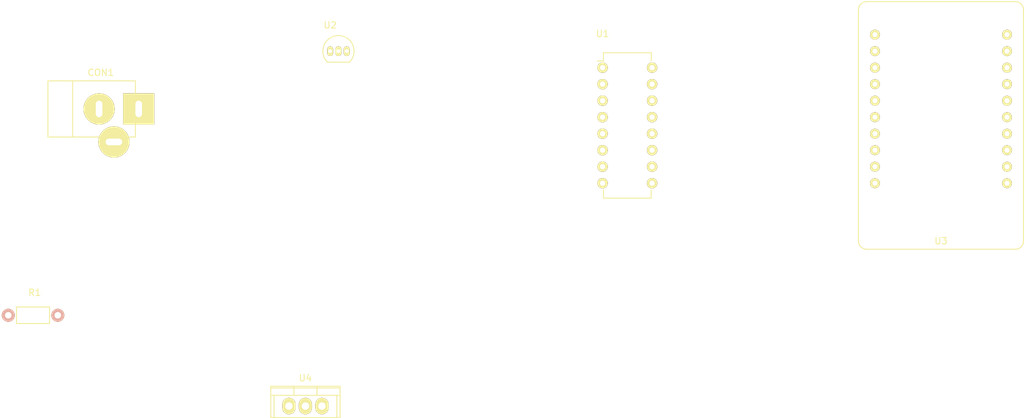
<source format=kicad_pcb>
(kicad_pcb (version 4) (host pcbnew 4.0.2-stable)

  (general
    (links 0)
    (no_connects 0)
    (area 84.884999 50.35 242.845001 115.083001)
    (thickness 1.6)
    (drawings 0)
    (tracks 0)
    (zones 0)
    (modules 6)
    (nets 48)
  )

  (page A4)
  (layers
    (0 F.Cu signal)
    (31 B.Cu signal)
    (32 B.Adhes user)
    (33 F.Adhes user)
    (34 B.Paste user)
    (35 F.Paste user)
    (36 B.SilkS user)
    (37 F.SilkS user)
    (38 B.Mask user)
    (39 F.Mask user)
    (40 Dwgs.User user)
    (41 Cmts.User user)
    (42 Eco1.User user)
    (43 Eco2.User user)
    (44 Edge.Cuts user)
    (45 Margin user)
    (46 B.CrtYd user)
    (47 F.CrtYd user)
    (48 B.Fab user)
    (49 F.Fab user)
  )

  (setup
    (last_trace_width 0.25)
    (trace_clearance 0.2)
    (zone_clearance 0.508)
    (zone_45_only no)
    (trace_min 0.2)
    (segment_width 0.2)
    (edge_width 0.15)
    (via_size 0.6)
    (via_drill 0.4)
    (via_min_size 0.4)
    (via_min_drill 0.3)
    (uvia_size 0.3)
    (uvia_drill 0.1)
    (uvias_allowed no)
    (uvia_min_size 0.2)
    (uvia_min_drill 0.1)
    (pcb_text_width 0.3)
    (pcb_text_size 1.5 1.5)
    (mod_edge_width 0.15)
    (mod_text_size 1 1)
    (mod_text_width 0.15)
    (pad_size 1.524 1.524)
    (pad_drill 0.762)
    (pad_to_mask_clearance 0.2)
    (aux_axis_origin 0 0)
    (visible_elements 7FFFFFFF)
    (pcbplotparams
      (layerselection 0x00030_80000001)
      (usegerberextensions true)
      (excludeedgelayer true)
      (linewidth 0.100000)
      (plotframeref false)
      (viasonmask false)
      (mode 1)
      (useauxorigin false)
      (hpglpennumber 1)
      (hpglpenspeed 20)
      (hpglpendiameter 15)
      (hpglpenoverlay 2)
      (psnegative false)
      (psa4output false)
      (plotreference true)
      (plotvalue true)
      (plotinvisibletext false)
      (padsonsilk false)
      (subtractmaskfromsilk false)
      (outputformat 1)
      (mirror false)
      (drillshape 0)
      (scaleselection 1)
      (outputdirectory ""))
  )

  (net 0 "")
  (net 1 "Net-(CON1-Pad2)")
  (net 2 "Net-(CON1-Pad1)")
  (net 3 "Net-(CON1-Pad3)")
  (net 4 "Net-(U1-Pad1)")
  (net 5 "Net-(U1-Pad2)")
  (net 6 "Net-(U1-Pad3)")
  (net 7 "Net-(U1-Pad4)")
  (net 8 "Net-(U1-Pad5)")
  (net 9 "Net-(U1-Pad6)")
  (net 10 "Net-(U1-Pad7)")
  (net 11 "Net-(U1-Pad8)")
  (net 12 "Net-(U1-Pad9)")
  (net 13 "Net-(U1-Pad10)")
  (net 14 "Net-(U1-Pad11)")
  (net 15 "Net-(U1-Pad12)")
  (net 16 "Net-(U1-Pad13)")
  (net 17 "Net-(U1-Pad14)")
  (net 18 "Net-(U1-Pad15)")
  (net 19 "Net-(U1-Pad16)")
  (net 20 "Net-(U2-Pad2)")
  (net 21 "Net-(U2-Pad3)")
  (net 22 "Net-(U2-Pad1)")
  (net 23 "Net-(U3-Pad1)")
  (net 24 "Net-(U3-Pad3)")
  (net 25 "Net-(U3-Pad5)")
  (net 26 "Net-(U3-Pad7)")
  (net 27 "Net-(U3-Pad9)")
  (net 28 "Net-(U3-Pad11)")
  (net 29 "Net-(U3-Pad13)")
  (net 30 "Net-(U3-Pad15)")
  (net 31 "Net-(U3-Pad17)")
  (net 32 "Net-(U3-Pad19)")
  (net 33 "Net-(U3-Pad2)")
  (net 34 "Net-(U3-Pad4)")
  (net 35 "Net-(U3-Pad6)")
  (net 36 "Net-(U3-Pad8)")
  (net 37 "Net-(U3-Pad10)")
  (net 38 "Net-(U3-Pad12)")
  (net 39 "Net-(U3-Pad14)")
  (net 40 "Net-(U3-Pad16)")
  (net 41 "Net-(U3-Pad18)")
  (net 42 "Net-(U3-Pad20)")
  (net 43 "Net-(U4-Pad2)")
  (net 44 "Net-(U4-Pad3)")
  (net 45 "Net-(U4-Pad1)")
  (net 46 "Net-(R1-Pad1)")
  (net 47 "Net-(R1-Pad2)")

  (net_class Default "Ceci est la Netclass par défaut"
    (clearance 0.2)
    (trace_width 0.25)
    (via_dia 0.6)
    (via_drill 0.4)
    (uvia_dia 0.3)
    (uvia_drill 0.1)
    (add_net "Net-(CON1-Pad1)")
    (add_net "Net-(CON1-Pad2)")
    (add_net "Net-(CON1-Pad3)")
    (add_net "Net-(R1-Pad1)")
    (add_net "Net-(R1-Pad2)")
    (add_net "Net-(U1-Pad1)")
    (add_net "Net-(U1-Pad10)")
    (add_net "Net-(U1-Pad11)")
    (add_net "Net-(U1-Pad12)")
    (add_net "Net-(U1-Pad13)")
    (add_net "Net-(U1-Pad14)")
    (add_net "Net-(U1-Pad15)")
    (add_net "Net-(U1-Pad16)")
    (add_net "Net-(U1-Pad2)")
    (add_net "Net-(U1-Pad3)")
    (add_net "Net-(U1-Pad4)")
    (add_net "Net-(U1-Pad5)")
    (add_net "Net-(U1-Pad6)")
    (add_net "Net-(U1-Pad7)")
    (add_net "Net-(U1-Pad8)")
    (add_net "Net-(U1-Pad9)")
    (add_net "Net-(U2-Pad1)")
    (add_net "Net-(U2-Pad2)")
    (add_net "Net-(U2-Pad3)")
    (add_net "Net-(U3-Pad1)")
    (add_net "Net-(U3-Pad10)")
    (add_net "Net-(U3-Pad11)")
    (add_net "Net-(U3-Pad12)")
    (add_net "Net-(U3-Pad13)")
    (add_net "Net-(U3-Pad14)")
    (add_net "Net-(U3-Pad15)")
    (add_net "Net-(U3-Pad16)")
    (add_net "Net-(U3-Pad17)")
    (add_net "Net-(U3-Pad18)")
    (add_net "Net-(U3-Pad19)")
    (add_net "Net-(U3-Pad2)")
    (add_net "Net-(U3-Pad20)")
    (add_net "Net-(U3-Pad3)")
    (add_net "Net-(U3-Pad4)")
    (add_net "Net-(U3-Pad5)")
    (add_net "Net-(U3-Pad6)")
    (add_net "Net-(U3-Pad7)")
    (add_net "Net-(U3-Pad8)")
    (add_net "Net-(U3-Pad9)")
    (add_net "Net-(U4-Pad1)")
    (add_net "Net-(U4-Pad2)")
    (add_net "Net-(U4-Pad3)")
  )

  (module Connect:JACK_ALIM (layer F.Cu) (tedit 0) (tstamp 56E6FFEE)
    (at 100.33 67.31)
    (descr "module 1 pin (ou trou mecanique de percage)")
    (tags "CONN JACK")
    (path /56E70131)
    (fp_text reference CON1 (at 0.254 -5.588) (layer F.SilkS)
      (effects (font (size 1 1) (thickness 0.15)))
    )
    (fp_text value BARREL_JACK (at -5.08 5.588) (layer F.Fab)
      (effects (font (size 1 1) (thickness 0.15)))
    )
    (fp_line (start -7.112 -4.318) (end -7.874 -4.318) (layer F.SilkS) (width 0.15))
    (fp_line (start -7.874 -4.318) (end -7.874 4.318) (layer F.SilkS) (width 0.15))
    (fp_line (start -7.874 4.318) (end -7.112 4.318) (layer F.SilkS) (width 0.15))
    (fp_line (start -4.064 -4.318) (end -4.064 4.318) (layer F.SilkS) (width 0.15))
    (fp_line (start 5.588 -4.318) (end 5.588 4.318) (layer F.SilkS) (width 0.15))
    (fp_line (start -7.112 4.318) (end 5.588 4.318) (layer F.SilkS) (width 0.15))
    (fp_line (start -7.112 -4.318) (end 5.588 -4.318) (layer F.SilkS) (width 0.15))
    (pad 2 thru_hole circle (at 0 0) (size 4.8006 4.8006) (drill oval 1.016 2.54) (layers *.Cu *.Mask F.SilkS)
      (net 1 "Net-(CON1-Pad2)"))
    (pad 1 thru_hole rect (at 6.096 0) (size 4.8006 4.8006) (drill oval 1.016 2.54) (layers *.Cu *.Mask F.SilkS)
      (net 2 "Net-(CON1-Pad1)"))
    (pad 3 thru_hole circle (at 2.286 5.08) (size 4.8006 4.8006) (drill oval 2.54 1.016) (layers *.Cu *.Mask F.SilkS)
      (net 3 "Net-(CON1-Pad3)"))
    (model Connect.3dshapes/JACK_ALIM.wrl
      (at (xyz 0 0 0))
      (scale (xyz 0.8 0.8 0.8))
      (rotate (xyz 0 0 0))
    )
  )

  (module Housings_DIP:DIP-16_W7.62mm (layer F.Cu) (tedit 54130A77) (tstamp 56E70002)
    (at 177.8 60.96)
    (descr "16-lead dip package, row spacing 7.62 mm (300 mils)")
    (tags "dil dip 2.54 300")
    (path /56E6FF1E)
    (fp_text reference U1 (at 0 -5.22) (layer F.SilkS)
      (effects (font (size 1 1) (thickness 0.15)))
    )
    (fp_text value MCP3008 (at 0 -3.72) (layer F.Fab)
      (effects (font (size 1 1) (thickness 0.15)))
    )
    (fp_line (start -1.05 -2.45) (end -1.05 20.25) (layer F.CrtYd) (width 0.05))
    (fp_line (start 8.65 -2.45) (end 8.65 20.25) (layer F.CrtYd) (width 0.05))
    (fp_line (start -1.05 -2.45) (end 8.65 -2.45) (layer F.CrtYd) (width 0.05))
    (fp_line (start -1.05 20.25) (end 8.65 20.25) (layer F.CrtYd) (width 0.05))
    (fp_line (start 0.135 -2.295) (end 0.135 -1.025) (layer F.SilkS) (width 0.15))
    (fp_line (start 7.485 -2.295) (end 7.485 -1.025) (layer F.SilkS) (width 0.15))
    (fp_line (start 7.485 20.075) (end 7.485 18.805) (layer F.SilkS) (width 0.15))
    (fp_line (start 0.135 20.075) (end 0.135 18.805) (layer F.SilkS) (width 0.15))
    (fp_line (start 0.135 -2.295) (end 7.485 -2.295) (layer F.SilkS) (width 0.15))
    (fp_line (start 0.135 20.075) (end 7.485 20.075) (layer F.SilkS) (width 0.15))
    (fp_line (start 0.135 -1.025) (end -0.8 -1.025) (layer F.SilkS) (width 0.15))
    (pad 1 thru_hole oval (at 0 0) (size 1.6 1.6) (drill 0.8) (layers *.Cu *.Mask F.SilkS)
      (net 4 "Net-(U1-Pad1)"))
    (pad 2 thru_hole oval (at 0 2.54) (size 1.6 1.6) (drill 0.8) (layers *.Cu *.Mask F.SilkS)
      (net 5 "Net-(U1-Pad2)"))
    (pad 3 thru_hole oval (at 0 5.08) (size 1.6 1.6) (drill 0.8) (layers *.Cu *.Mask F.SilkS)
      (net 6 "Net-(U1-Pad3)"))
    (pad 4 thru_hole oval (at 0 7.62) (size 1.6 1.6) (drill 0.8) (layers *.Cu *.Mask F.SilkS)
      (net 7 "Net-(U1-Pad4)"))
    (pad 5 thru_hole oval (at 0 10.16) (size 1.6 1.6) (drill 0.8) (layers *.Cu *.Mask F.SilkS)
      (net 8 "Net-(U1-Pad5)"))
    (pad 6 thru_hole oval (at 0 12.7) (size 1.6 1.6) (drill 0.8) (layers *.Cu *.Mask F.SilkS)
      (net 9 "Net-(U1-Pad6)"))
    (pad 7 thru_hole oval (at 0 15.24) (size 1.6 1.6) (drill 0.8) (layers *.Cu *.Mask F.SilkS)
      (net 10 "Net-(U1-Pad7)"))
    (pad 8 thru_hole oval (at 0 17.78) (size 1.6 1.6) (drill 0.8) (layers *.Cu *.Mask F.SilkS)
      (net 11 "Net-(U1-Pad8)"))
    (pad 9 thru_hole oval (at 7.62 17.78) (size 1.6 1.6) (drill 0.8) (layers *.Cu *.Mask F.SilkS)
      (net 12 "Net-(U1-Pad9)"))
    (pad 10 thru_hole oval (at 7.62 15.24) (size 1.6 1.6) (drill 0.8) (layers *.Cu *.Mask F.SilkS)
      (net 13 "Net-(U1-Pad10)"))
    (pad 11 thru_hole oval (at 7.62 12.7) (size 1.6 1.6) (drill 0.8) (layers *.Cu *.Mask F.SilkS)
      (net 14 "Net-(U1-Pad11)"))
    (pad 12 thru_hole oval (at 7.62 10.16) (size 1.6 1.6) (drill 0.8) (layers *.Cu *.Mask F.SilkS)
      (net 15 "Net-(U1-Pad12)"))
    (pad 13 thru_hole oval (at 7.62 7.62) (size 1.6 1.6) (drill 0.8) (layers *.Cu *.Mask F.SilkS)
      (net 16 "Net-(U1-Pad13)"))
    (pad 14 thru_hole oval (at 7.62 5.08) (size 1.6 1.6) (drill 0.8) (layers *.Cu *.Mask F.SilkS)
      (net 17 "Net-(U1-Pad14)"))
    (pad 15 thru_hole oval (at 7.62 2.54) (size 1.6 1.6) (drill 0.8) (layers *.Cu *.Mask F.SilkS)
      (net 18 "Net-(U1-Pad15)"))
    (pad 16 thru_hole oval (at 7.62 0) (size 1.6 1.6) (drill 0.8) (layers *.Cu *.Mask F.SilkS)
      (net 19 "Net-(U1-Pad16)"))
    (model Housings_DIP.3dshapes/DIP-16_W7.62mm.wrl
      (at (xyz 0 0 0))
      (scale (xyz 1 1 1))
      (rotate (xyz 0 0 0))
    )
  )

  (module TO_SOT_Packages_THT:TO-92_Inline_Narrow_Oval (layer F.Cu) (tedit 54F24281) (tstamp 56E70009)
    (at 135.89 58.42)
    (descr "TO-92 leads in-line, narrow, oval pads, drill 0.6mm (see NXP sot054_po.pdf)")
    (tags "to-92 sc-43 sc-43a sot54 PA33 transistor")
    (path /56E6FF7D)
    (fp_text reference U2 (at 0 -4) (layer F.SilkS)
      (effects (font (size 1 1) (thickness 0.15)))
    )
    (fp_text value DS18B20 (at 0 3) (layer F.Fab)
      (effects (font (size 1 1) (thickness 0.15)))
    )
    (fp_line (start -1.4 1.95) (end -1.4 -2.65) (layer F.CrtYd) (width 0.05))
    (fp_line (start -1.4 1.95) (end 3.95 1.95) (layer F.CrtYd) (width 0.05))
    (fp_line (start -0.43 1.7) (end 2.97 1.7) (layer F.SilkS) (width 0.15))
    (fp_arc (start 1.27 0) (end 1.27 -2.4) (angle -135) (layer F.SilkS) (width 0.15))
    (fp_arc (start 1.27 0) (end 1.27 -2.4) (angle 135) (layer F.SilkS) (width 0.15))
    (fp_line (start -1.4 -2.65) (end 3.95 -2.65) (layer F.CrtYd) (width 0.05))
    (fp_line (start 3.95 1.95) (end 3.95 -2.65) (layer F.CrtYd) (width 0.05))
    (pad 2 thru_hole oval (at 1.27 0 180) (size 0.89916 1.50114) (drill 0.6) (layers *.Cu *.Mask F.SilkS)
      (net 20 "Net-(U2-Pad2)"))
    (pad 3 thru_hole oval (at 2.54 0 180) (size 0.89916 1.50114) (drill 0.6) (layers *.Cu *.Mask F.SilkS)
      (net 21 "Net-(U2-Pad3)"))
    (pad 1 thru_hole oval (at 0 0 180) (size 0.89916 1.50114) (drill 0.6) (layers *.Cu *.Mask F.SilkS)
      (net 22 "Net-(U2-Pad1)"))
    (model TO_SOT_Packages_THT.3dshapes/TO-92_Inline_Narrow_Oval.wrl
      (at (xyz 0.05 0 0))
      (scale (xyz 1 1 1))
      (rotate (xyz 0 0 -90))
    )
  )

  (module "Adafruit_huzzah:Adafruit HUZZAH" (layer F.Cu) (tedit 56E6ED27) (tstamp 56E70021)
    (at 217.17 50.8)
    (path /56E6FE75)
    (fp_text reference U3 (at 12.7 36.83) (layer F.SilkS)
      (effects (font (size 1 1) (thickness 0.15)))
    )
    (fp_text value Adafruit_HUZZAH (at 12.7 1.27) (layer F.Fab)
      (effects (font (size 1 1) (thickness 0.15)))
    )
    (fp_line (start 25.4 36.83) (end 25.4 1.27) (layer F.SilkS) (width 0.15))
    (fp_line (start 1.27 38.1) (end 24.13 38.1) (layer F.SilkS) (width 0.15))
    (fp_line (start 0 1.27) (end 0 36.83) (layer F.SilkS) (width 0.15))
    (fp_line (start 1.27 0) (end 24.13 0) (layer F.SilkS) (width 0.15))
    (fp_arc (start 1.27 1.27) (end 0 1.27) (angle 90) (layer F.SilkS) (width 0.15))
    (fp_arc (start 24.13 1.27) (end 24.13 0) (angle 90) (layer F.SilkS) (width 0.15))
    (fp_arc (start 1.27 36.83) (end 1.27 38.1) (angle 90) (layer F.SilkS) (width 0.15))
    (fp_arc (start 24.13 36.83) (end 25.4 36.83) (angle 90) (layer F.SilkS) (width 0.15))
    (pad 1 thru_hole circle (at 2.54 5.08) (size 1.524 1.524) (drill 0.762) (layers *.Cu *.Mask F.SilkS)
      (net 23 "Net-(U3-Pad1)"))
    (pad 3 thru_hole circle (at 2.54 7.62) (size 1.524 1.524) (drill 0.762) (layers *.Cu *.Mask F.SilkS)
      (net 24 "Net-(U3-Pad3)"))
    (pad 5 thru_hole circle (at 2.54 10.16) (size 1.524 1.524) (drill 0.762) (layers *.Cu *.Mask F.SilkS)
      (net 25 "Net-(U3-Pad5)"))
    (pad 7 thru_hole circle (at 2.54 12.7) (size 1.524 1.524) (drill 0.762) (layers *.Cu *.Mask F.SilkS)
      (net 26 "Net-(U3-Pad7)"))
    (pad 9 thru_hole circle (at 2.54 15.24) (size 1.524 1.524) (drill 0.762) (layers *.Cu *.Mask F.SilkS)
      (net 27 "Net-(U3-Pad9)"))
    (pad 11 thru_hole circle (at 2.54 17.78) (size 1.524 1.524) (drill 0.762) (layers *.Cu *.Mask F.SilkS)
      (net 28 "Net-(U3-Pad11)"))
    (pad 13 thru_hole circle (at 2.54 20.32) (size 1.524 1.524) (drill 0.762) (layers *.Cu *.Mask F.SilkS)
      (net 29 "Net-(U3-Pad13)"))
    (pad 15 thru_hole circle (at 2.54 22.86) (size 1.524 1.524) (drill 0.762) (layers *.Cu *.Mask F.SilkS)
      (net 30 "Net-(U3-Pad15)"))
    (pad 17 thru_hole circle (at 2.54 25.4) (size 1.524 1.524) (drill 0.762) (layers *.Cu *.Mask F.SilkS)
      (net 31 "Net-(U3-Pad17)"))
    (pad 19 thru_hole circle (at 2.54 27.94) (size 1.524 1.524) (drill 0.762) (layers *.Cu *.Mask F.SilkS)
      (net 32 "Net-(U3-Pad19)"))
    (pad 2 thru_hole circle (at 22.86 5.08) (size 1.524 1.524) (drill 0.762) (layers *.Cu *.Mask F.SilkS)
      (net 33 "Net-(U3-Pad2)"))
    (pad 4 thru_hole circle (at 22.86 7.62) (size 1.524 1.524) (drill 0.762) (layers *.Cu *.Mask F.SilkS)
      (net 34 "Net-(U3-Pad4)"))
    (pad 6 thru_hole circle (at 22.86 10.16) (size 1.524 1.524) (drill 0.762) (layers *.Cu *.Mask F.SilkS)
      (net 35 "Net-(U3-Pad6)"))
    (pad 8 thru_hole circle (at 22.86 12.7) (size 1.524 1.524) (drill 0.762) (layers *.Cu *.Mask F.SilkS)
      (net 36 "Net-(U3-Pad8)"))
    (pad 10 thru_hole circle (at 22.86 15.24) (size 1.524 1.524) (drill 0.762) (layers *.Cu *.Mask F.SilkS)
      (net 37 "Net-(U3-Pad10)"))
    (pad 12 thru_hole circle (at 22.86 17.78) (size 1.524 1.524) (drill 0.762) (layers *.Cu *.Mask F.SilkS)
      (net 38 "Net-(U3-Pad12)"))
    (pad 14 thru_hole circle (at 22.86 20.32) (size 1.524 1.524) (drill 0.762) (layers *.Cu *.Mask F.SilkS)
      (net 39 "Net-(U3-Pad14)"))
    (pad 16 thru_hole circle (at 22.86 22.86) (size 1.524 1.524) (drill 0.762) (layers *.Cu *.Mask F.SilkS)
      (net 40 "Net-(U3-Pad16)"))
    (pad 18 thru_hole circle (at 22.86 25.4) (size 1.524 1.524) (drill 0.762) (layers *.Cu *.Mask F.SilkS)
      (net 41 "Net-(U3-Pad18)"))
    (pad 20 thru_hole circle (at 22.86 27.94) (size 1.524 1.524) (drill 0.762) (layers *.Cu *.Mask F.SilkS)
      (net 42 "Net-(U3-Pad20)"))
  )

  (module Power_Integrations:TO-220 (layer F.Cu) (tedit 0) (tstamp 56E70028)
    (at 132.08 113.03)
    (descr "Non Isolated JEDEC TO-220 Package")
    (tags "Power Integration YN Package")
    (path /56E70020)
    (fp_text reference U4 (at 0 -4.318) (layer F.SilkS)
      (effects (font (size 1 1) (thickness 0.15)))
    )
    (fp_text value LM317T (at 0 -4.318) (layer F.Fab)
      (effects (font (size 1 1) (thickness 0.15)))
    )
    (fp_line (start 4.826 -1.651) (end 4.826 1.778) (layer F.SilkS) (width 0.15))
    (fp_line (start -4.826 -1.651) (end -4.826 1.778) (layer F.SilkS) (width 0.15))
    (fp_line (start 5.334 -2.794) (end -5.334 -2.794) (layer F.SilkS) (width 0.15))
    (fp_line (start 1.778 -1.778) (end 1.778 -3.048) (layer F.SilkS) (width 0.15))
    (fp_line (start -1.778 -1.778) (end -1.778 -3.048) (layer F.SilkS) (width 0.15))
    (fp_line (start -5.334 -1.651) (end 5.334 -1.651) (layer F.SilkS) (width 0.15))
    (fp_line (start 5.334 1.778) (end -5.334 1.778) (layer F.SilkS) (width 0.15))
    (fp_line (start -5.334 -3.048) (end -5.334 1.778) (layer F.SilkS) (width 0.15))
    (fp_line (start 5.334 -3.048) (end 5.334 1.778) (layer F.SilkS) (width 0.15))
    (fp_line (start 5.334 -3.048) (end -5.334 -3.048) (layer F.SilkS) (width 0.15))
    (pad 2 thru_hole oval (at 0 0) (size 2.032 2.54) (drill 1.143) (layers *.Cu *.Mask F.SilkS)
      (net 43 "Net-(U4-Pad2)"))
    (pad 3 thru_hole oval (at 2.54 0) (size 2.032 2.54) (drill 1.143) (layers *.Cu *.Mask F.SilkS)
      (net 44 "Net-(U4-Pad3)"))
    (pad 1 thru_hole oval (at -2.54 0) (size 2.032 2.54) (drill 1.143) (layers *.Cu *.Mask F.SilkS)
      (net 45 "Net-(U4-Pad1)"))
  )

  (module Resistors_ThroughHole:Resistor_Horizontal_RM7mm (layer F.Cu) (tedit 569FCF07) (tstamp 56E7094C)
    (at 86.36 99.06)
    (descr "Resistor, Axial,  RM 7.62mm, 1/3W,")
    (tags "Resistor Axial RM 7.62mm 1/3W R3")
    (path /56E70875)
    (fp_text reference R1 (at 4.05892 -3.50012) (layer F.SilkS)
      (effects (font (size 1 1) (thickness 0.15)))
    )
    (fp_text value 150 (at 3.81 3.81) (layer F.Fab)
      (effects (font (size 1 1) (thickness 0.15)))
    )
    (fp_line (start -1.25 -1.5) (end 8.85 -1.5) (layer F.CrtYd) (width 0.05))
    (fp_line (start -1.25 1.5) (end -1.25 -1.5) (layer F.CrtYd) (width 0.05))
    (fp_line (start 8.85 -1.5) (end 8.85 1.5) (layer F.CrtYd) (width 0.05))
    (fp_line (start -1.25 1.5) (end 8.85 1.5) (layer F.CrtYd) (width 0.05))
    (fp_line (start 1.27 -1.27) (end 6.35 -1.27) (layer F.SilkS) (width 0.15))
    (fp_line (start 6.35 -1.27) (end 6.35 1.27) (layer F.SilkS) (width 0.15))
    (fp_line (start 6.35 1.27) (end 1.27 1.27) (layer F.SilkS) (width 0.15))
    (fp_line (start 1.27 1.27) (end 1.27 -1.27) (layer F.SilkS) (width 0.15))
    (pad 1 thru_hole circle (at 0 0) (size 1.99898 1.99898) (drill 1.00076) (layers *.Cu *.SilkS *.Mask)
      (net 46 "Net-(R1-Pad1)"))
    (pad 2 thru_hole circle (at 7.62 0) (size 1.99898 1.99898) (drill 1.00076) (layers *.Cu *.SilkS *.Mask)
      (net 47 "Net-(R1-Pad2)"))
  )

)

</source>
